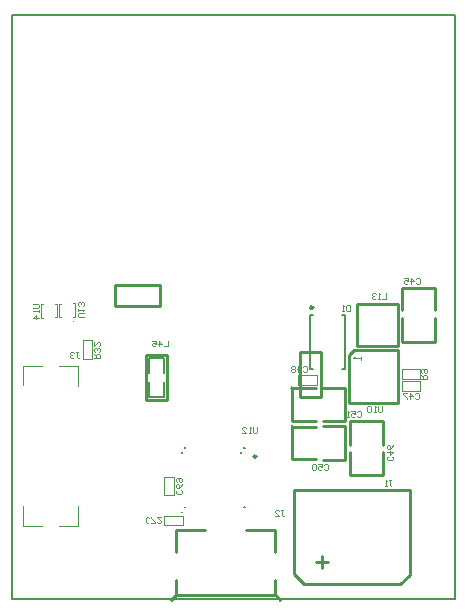
<source format=gbo>
%FSLAX25Y25*%
%MOIN*%
G70*
G01*
G75*
G04 Layer_Color=32896*
%ADD10C,0.01244*%
%ADD11C,0.01772*%
%ADD12C,0.00787*%
%ADD13C,0.01000*%
%ADD14C,0.01575*%
%ADD15R,0.01969X0.01969*%
%ADD16R,0.01969X0.01969*%
%ADD17R,0.19291X0.19291*%
%ADD18O,0.00984X0.02756*%
%ADD19O,0.02756X0.00984*%
%ADD20R,0.04134X0.04134*%
%ADD21R,0.04134X0.08858*%
%ADD22R,0.01083X0.00984*%
%ADD23R,0.01083X0.01969*%
%ADD24R,0.03150X0.06693*%
%ADD25R,0.07992X0.05000*%
%ADD26R,0.05512X0.04724*%
%ADD27R,0.12992X0.12992*%
%ADD28O,0.00984X0.03150*%
%ADD29O,0.03150X0.00984*%
%ADD30R,0.03937X0.01575*%
%ADD31R,0.03150X0.03543*%
%ADD32R,0.03543X0.03150*%
%ADD33C,0.00787*%
%ADD34R,0.02362X0.01969*%
%ADD35C,0.05906*%
%ADD36O,0.02559X0.00984*%
%ADD37O,0.00984X0.02559*%
%ADD38R,0.11024X0.11024*%
%ADD39R,0.03543X0.06299*%
%ADD40R,0.04921X0.07874*%
%ADD41R,0.05118X0.06693*%
%ADD42O,0.02559X0.00787*%
%ADD43O,0.00787X0.02559*%
%ADD44R,0.03307X0.04803*%
%ADD45R,0.01740X0.01378*%
%ADD46R,0.01772X0.00984*%
%ADD47R,0.02756X0.06299*%
%ADD48C,0.01264*%
%ADD49C,0.01969*%
%ADD50C,0.00866*%
%ADD51C,0.00709*%
%ADD52C,0.00800*%
%ADD53C,0.00591*%
%ADD54C,0.00669*%
%ADD55C,0.00984*%
%ADD56C,0.01181*%
%ADD57C,0.01378*%
%ADD58C,0.01410*%
%ADD59R,0.01953X0.01969*%
%ADD60R,0.02953X0.01969*%
%ADD61R,0.05906X0.04134*%
%ADD62R,0.04423X0.05873*%
%ADD63R,0.09700X0.03900*%
%ADD64R,0.06400X0.04800*%
%ADD65R,0.02400X0.02800*%
%ADD66R,0.02800X0.02400*%
%ADD67R,0.02500X0.02800*%
%ADD68R,0.15900X0.01100*%
%ADD69R,0.02589X0.09647*%
%ADD70R,0.01975X0.09510*%
%ADD71R,0.05649X0.04800*%
%ADD72R,0.18046X0.01322*%
%ADD73R,0.18000X0.02233*%
%ADD74R,0.01364X0.08514*%
%ADD75R,0.01331X0.08465*%
%ADD76R,0.22123X0.02927*%
%ADD77R,0.09823X0.14573*%
%ADD78R,0.08600X0.05500*%
%ADD79R,0.08100X0.05600*%
%ADD80R,0.03700X0.03400*%
%ADD81R,0.06197X0.04400*%
%ADD82R,0.22700X0.03200*%
%ADD83R,0.08421X0.04909*%
%ADD84R,0.01422X0.05191*%
%ADD85R,0.01545X0.00445*%
%ADD86R,0.01558X0.02675*%
%ADD87R,0.04000X0.02020*%
%ADD88C,0.02165*%
%ADD89C,0.01969*%
%ADD90C,0.01575*%
%ADD91C,0.01772*%
%ADD92C,0.11811*%
%ADD93C,0.03543*%
%ADD94C,0.02598*%
%ADD95C,0.02756*%
%ADD96C,0.02559*%
%ADD97C,0.02362*%
%ADD98C,0.02756*%
%ADD99C,0.03937*%
%ADD100R,0.04724X0.05315*%
%ADD101R,0.03937X0.01378*%
%ADD102R,0.03937X0.05709*%
%ADD103R,0.05000X0.07992*%
%ADD104R,0.09843X0.06890*%
%ADD105R,0.00906X0.03150*%
%ADD106R,0.06299X0.09843*%
%ADD107R,0.04724X0.19685*%
%ADD108R,0.06299X0.11811*%
%ADD109O,0.00591X0.01969*%
%ADD110O,0.02953X0.00984*%
%ADD111O,0.00984X0.02953*%
%ADD112R,0.07087X0.07480*%
%ADD113R,0.09055X0.07480*%
%ADD114R,0.01575X0.05512*%
%ADD115C,0.00394*%
%ADD116C,0.00276*%
%ADD117C,0.00291*%
%ADD118R,0.06800X0.02800*%
%ADD119R,0.03123X0.17100*%
%ADD120R,0.05000X0.10600*%
%ADD121R,0.11300X0.04200*%
%ADD122R,0.50400X0.01200*%
%ADD123R,0.02911X0.17100*%
%ADD124R,0.12600X0.02800*%
%ADD125R,0.02756X0.02756*%
%ADD126R,0.02756X0.02756*%
%ADD127R,0.20079X0.20079*%
%ADD128O,0.01772X0.03543*%
%ADD129O,0.03543X0.01772*%
%ADD130R,0.04921X0.04921*%
%ADD131R,0.04921X0.09646*%
%ADD132R,0.01870X0.01772*%
%ADD133R,0.01870X0.02756*%
%ADD134R,0.03937X0.07480*%
%ADD135R,0.08780X0.05787*%
%ADD136R,0.06299X0.05512*%
%ADD137R,0.13780X0.13780*%
%ADD138O,0.01772X0.03937*%
%ADD139O,0.03937X0.01772*%
%ADD140R,0.04567X0.02205*%
%ADD141R,0.03937X0.04331*%
%ADD142R,0.04331X0.03937*%
%ADD143C,0.01339*%
%ADD144R,0.03150X0.02756*%
%ADD145C,0.06693*%
%ADD146O,0.03347X0.01772*%
%ADD147O,0.01772X0.03347*%
%ADD148R,0.11811X0.11811*%
%ADD149R,0.04331X0.07087*%
%ADD150R,0.05709X0.08661*%
%ADD151R,0.05906X0.07480*%
%ADD152O,0.03110X0.01339*%
%ADD153O,0.01339X0.03110*%
%ADD154R,0.04095X0.05591*%
%ADD155R,0.02528X0.02165*%
%ADD156R,0.02165X0.01378*%
%ADD157C,0.02953*%
%ADD158C,0.02126*%
%ADD159C,0.12598*%
%ADD160C,0.04331*%
%ADD161C,0.02559*%
%ADD162C,0.03150*%
%ADD163R,0.05039X0.05630*%
%ADD164R,0.04252X0.01693*%
%ADD165R,0.04724X0.06496*%
%ADD166R,0.05787X0.08780*%
%ADD167R,0.10642X0.07690*%
%ADD168R,0.01299X0.03543*%
%ADD169R,0.07087X0.10630*%
%ADD170R,0.05118X0.20079*%
%ADD171R,0.06693X0.12205*%
%ADD172O,0.00984X0.02362*%
%ADD173O,0.03740X0.01772*%
%ADD174O,0.01772X0.03740*%
%ADD175R,0.07874X0.08268*%
%ADD176R,0.09843X0.08268*%
%ADD177R,0.02362X0.06299*%
%ADD178C,0.02756*%
%ADD179C,0.03386*%
%ADD180C,0.00298*%
D12*
X76181Y48819D02*
Y48917D01*
Y48819D02*
X76279D01*
X56398D02*
X56496D01*
Y48917D01*
Y29035D02*
Y29134D01*
X56398D02*
X56496D01*
X99177Y76575D02*
Y94685D01*
X110988Y76575D02*
Y94685D01*
X99177D02*
X100358D01*
X99177Y76575D02*
X100358D01*
X109807Y94685D02*
X110988D01*
X109807Y76575D02*
X110988D01*
X77342Y50542D02*
Y50641D01*
Y50542D02*
X77441D01*
X57559D02*
X57657D01*
Y50641D01*
Y30759D02*
Y30858D01*
X57559D02*
X57657D01*
X77342D02*
X77441D01*
X77342Y30759D02*
Y30858D01*
X0Y0D02*
Y194587D01*
Y0D02*
X147638D01*
X0Y194587D02*
X147638D01*
Y0D02*
Y194587D01*
D13*
X129898Y85903D02*
G03*
X129998Y85803I100J0D01*
G01*
X123476Y59372D02*
G03*
X123376Y59472I-100J0D01*
G01*
X93250Y70461D02*
G03*
X93150Y70361I0J-100D01*
G01*
X93250Y57567D02*
G03*
X93150Y57467I0J-100D01*
G01*
X140798Y85803D02*
Y93803D01*
X129998Y85803D02*
X140798D01*
X129898Y85903D02*
Y93803D01*
X129798Y96303D02*
Y103703D01*
X140898D01*
Y96303D02*
Y103703D01*
X114862Y98418D02*
X127756D01*
X114862Y84343D02*
Y98418D01*
Y84343D02*
X128543D01*
Y98418D01*
X127756D02*
X128543D01*
X112576Y51472D02*
Y59472D01*
X123376D01*
X123476Y51472D02*
Y59372D01*
X123576Y41572D02*
Y48972D01*
X112476Y41572D02*
X123576D01*
X112476D02*
Y48972D01*
X93150Y59561D02*
X101150D01*
X93150D02*
Y70361D01*
X93250Y70461D02*
X101150D01*
X103650Y70561D02*
X111050D01*
Y59461D02*
Y70561D01*
X103650Y59461D02*
X111050D01*
X113921Y82913D02*
X128521D01*
Y65413D02*
Y82913D01*
X112321Y65413D02*
X128521D01*
X112321D02*
Y81313D01*
X113921Y82913D01*
X93150Y46667D02*
X101150D01*
X93150D02*
Y57467D01*
X93250Y57567D02*
X101150D01*
X103650Y57667D02*
X111050D01*
Y46567D02*
Y57667D01*
X103650Y46567D02*
X111050D01*
X93800Y36300D02*
X132400D01*
Y8100D02*
Y36300D01*
X129300Y5000D02*
X132400Y8100D01*
X97100Y5000D02*
X129300D01*
X93800Y8300D02*
X97100Y5000D01*
X93800Y8300D02*
Y36300D01*
X53000Y-200D02*
X54700Y1500D01*
Y6500D01*
Y1500D02*
X87600D01*
X87500Y1600D02*
X89200Y-100D01*
X87600Y1500D02*
Y6400D01*
X54700Y23100D02*
X64300D01*
X54700Y15800D02*
Y23100D01*
X87700Y15800D02*
Y23100D01*
X78000D02*
X87700D01*
X101200Y12401D02*
X105199D01*
X103199Y10402D02*
Y14400D01*
X44700Y81500D02*
X51700D01*
Y66500D02*
Y81500D01*
X44700Y66500D02*
X51700D01*
X44700D02*
Y81500D01*
X95811Y67260D02*
Y82260D01*
X102811D01*
Y67260D02*
Y82260D01*
X95811Y67260D02*
X102811D01*
X34189Y104583D02*
X49189D01*
Y97583D02*
Y104583D01*
X34189Y97583D02*
X49189D01*
X34189D02*
Y104583D01*
D53*
X50700Y67500D02*
Y72500D01*
X45700Y67500D02*
X50700D01*
X45700D02*
Y72500D01*
X50700Y75500D02*
Y80500D01*
X45700D02*
X50700D01*
X45700Y75500D02*
Y80500D01*
D55*
X100260Y97244D02*
G03*
X100260Y97244I-492J0D01*
G01*
X81378Y47590D02*
G03*
X81378Y47590I-492J0D01*
G01*
D115*
X20504Y92661D02*
G03*
X20504Y92661I-197J0D01*
G01*
X14500Y92465D02*
G03*
X14500Y92465I-197J0D01*
G01*
X50700Y27900D02*
X56900D01*
X50700Y24700D02*
Y27900D01*
Y24700D02*
X56900D01*
Y27900D01*
X21850Y24508D02*
Y31102D01*
X15551Y24508D02*
X21850D01*
X3642Y24409D02*
X9941D01*
X3642D02*
Y31004D01*
Y77854D02*
X9941D01*
X3642Y71260D02*
Y77854D01*
X15650Y77756D02*
X21949D01*
Y71161D02*
Y77756D01*
X129731Y73400D02*
Y76600D01*
X135931D01*
Y73400D02*
Y76600D01*
X129731Y73400D02*
X135931D01*
X95380Y71530D02*
X101580D01*
Y74730D01*
X95380D02*
X101580D01*
X95380Y71530D02*
Y74730D01*
X129746Y72663D02*
X135947D01*
X129746Y69463D02*
Y72663D01*
Y69463D02*
X135947D01*
Y72663D01*
X53864Y34589D02*
Y40789D01*
X50664D02*
X53864D01*
X50664Y34589D02*
Y40789D01*
Y34589D02*
X53864D01*
X23498Y86277D02*
X26698D01*
Y80077D02*
Y86277D01*
X23498Y80077D02*
X26698D01*
X23498D02*
Y86277D01*
X20307Y98654D02*
X20807D01*
Y94154D02*
Y98654D01*
X20307Y94154D02*
X20807D01*
X15709Y98555D02*
X16209D01*
X15709Y94055D02*
Y98555D01*
Y94055D02*
X16209D01*
X14303Y98457D02*
X14803D01*
Y93957D02*
Y98457D01*
X14303Y93957D02*
X14803D01*
X9705Y98358D02*
X10205D01*
X9705Y93858D02*
Y98358D01*
Y93858D02*
X10205D01*
D116*
X51948Y86216D02*
Y84248D01*
X50636D01*
X48996D02*
Y86216D01*
X49980Y85232D01*
X48668D01*
X46700Y86216D02*
X48012D01*
Y85232D01*
X47356Y85560D01*
X47028D01*
X46700Y85232D01*
Y84576D01*
X47028Y84248D01*
X47684D01*
X48012Y84576D01*
X45712Y25760D02*
X45384Y25432D01*
X44728D01*
X44400Y25760D01*
Y27072D01*
X44728Y27400D01*
X45384D01*
X45712Y27072D01*
X46368Y25432D02*
X47680D01*
Y25760D01*
X46368Y27072D01*
Y27400D01*
X49648D02*
X48336D01*
X49648Y26088D01*
Y25760D01*
X49320Y25432D01*
X48664D01*
X48336Y25760D01*
X21136Y82316D02*
X21792D01*
X21464D01*
Y80676D01*
X21792Y80348D01*
X22120D01*
X22448Y80676D01*
X20480Y81988D02*
X20152Y82316D01*
X19496D01*
X19168Y81988D01*
Y81660D01*
X19496Y81332D01*
X19824D01*
X19496D01*
X19168Y81004D01*
Y80676D01*
X19496Y80348D01*
X20152D01*
X20480Y80676D01*
X134416Y106758D02*
X134744Y107086D01*
X135400D01*
X135728Y106758D01*
Y105446D01*
X135400Y105118D01*
X134744D01*
X134416Y105446D01*
X132777Y105118D02*
Y107086D01*
X133760Y106102D01*
X132449D01*
X130481Y107086D02*
X131793D01*
Y106102D01*
X131137Y106430D01*
X130809D01*
X130481Y106102D01*
Y105446D01*
X130809Y105118D01*
X131465D01*
X131793Y105446D01*
X134086Y68372D02*
X134414Y68700D01*
X135070D01*
X135398Y68372D01*
Y67060D01*
X135070Y66732D01*
X134414D01*
X134086Y67060D01*
X132446Y66732D02*
Y68700D01*
X133430Y67716D01*
X132118D01*
X131462Y68700D02*
X130150D01*
Y68372D01*
X131462Y67060D01*
Y66732D01*
X96783Y77526D02*
X97111Y77854D01*
X97767D01*
X98094Y77526D01*
Y76214D01*
X97767Y75886D01*
X97111D01*
X96783Y76214D01*
X95143Y75886D02*
Y77854D01*
X96127Y76870D01*
X94815D01*
X94159Y77526D02*
X93831Y77854D01*
X93175D01*
X92847Y77526D01*
Y77198D01*
X93175Y76870D01*
X92847Y76542D01*
Y76214D01*
X93175Y75886D01*
X93831D01*
X94159Y76214D01*
Y76542D01*
X93831Y76870D01*
X94159Y77198D01*
Y77526D01*
X93831Y76870D02*
X93175D01*
X103869Y44652D02*
X104197Y44980D01*
X104853D01*
X105181Y44652D01*
Y43340D01*
X104853Y43012D01*
X104197D01*
X103869Y43340D01*
X101901Y44980D02*
X103213D01*
Y43996D01*
X102557Y44324D01*
X102229D01*
X101901Y43996D01*
Y43340D01*
X102229Y43012D01*
X102885D01*
X103213Y43340D01*
X101245Y44652D02*
X100917Y44980D01*
X100261D01*
X99933Y44652D01*
Y43340D01*
X100261Y43012D01*
X100917D01*
X101245Y43340D01*
Y44652D01*
X114893Y62368D02*
X115221Y62696D01*
X115877D01*
X116205Y62368D01*
Y61056D01*
X115877Y60728D01*
X115221D01*
X114893Y61056D01*
X112925Y62696D02*
X114237D01*
Y61712D01*
X113581Y62040D01*
X113253D01*
X112925Y61712D01*
Y61056D01*
X113253Y60728D01*
X113909D01*
X114237Y61056D01*
X112269Y60728D02*
X111613D01*
X111941D01*
Y62696D01*
X112269Y62368D01*
X125406Y39734D02*
X126062D01*
X125734D01*
Y38094D01*
X126062Y37766D01*
X126390D01*
X126718Y38094D01*
X124750Y37766D02*
X124094D01*
X124422D01*
Y39734D01*
X124750Y39406D01*
X124669Y102165D02*
Y100197D01*
X123357D01*
X122701D02*
X122046D01*
X122373D01*
Y102165D01*
X122701Y101837D01*
X121062D02*
X120733Y102165D01*
X120078D01*
X119750Y101837D01*
Y101509D01*
X120078Y101181D01*
X120406D01*
X120078D01*
X119750Y100853D01*
Y100525D01*
X120078Y100197D01*
X120733D01*
X121062Y100525D01*
X136382Y73524D02*
X138350D01*
Y74508D01*
X138022Y74835D01*
X137366D01*
X137038Y74508D01*
Y73524D01*
Y74180D02*
X136382Y74835D01*
X136710Y75491D02*
X136382Y75819D01*
Y76475D01*
X136710Y76803D01*
X138022D01*
X138350Y76475D01*
Y75819D01*
X138022Y75491D01*
X137694D01*
X137366Y75819D01*
Y76803D01*
X27362Y80512D02*
X29330D01*
Y81496D01*
X29002Y81824D01*
X28346D01*
X28018Y81496D01*
Y80512D01*
Y81168D02*
X27362Y81824D01*
X29002Y82480D02*
X29330Y82808D01*
Y83464D01*
X29002Y83792D01*
X28674D01*
X28346Y83464D01*
Y83136D01*
Y83464D01*
X28018Y83792D01*
X27690D01*
X27362Y83464D01*
Y82808D01*
X27690Y82480D01*
X27362Y85760D02*
Y84447D01*
X28674Y85760D01*
X29002D01*
X29330Y85431D01*
Y84776D01*
X29002Y84447D01*
X123094Y64271D02*
Y62631D01*
X122766Y62303D01*
X122110D01*
X121783Y62631D01*
Y64271D01*
X121127Y62303D02*
X120471D01*
X120799D01*
Y64271D01*
X121127Y63943D01*
X119487D02*
X119159Y64271D01*
X118503D01*
X118175Y63943D01*
Y62631D01*
X118503Y62303D01*
X119159D01*
X119487Y62631D01*
Y63943D01*
X23917Y94095D02*
X22277D01*
X21949Y94423D01*
Y95078D01*
X22277Y95406D01*
X23917D01*
X21949Y96062D02*
Y96718D01*
Y96390D01*
X23917D01*
X23589Y96062D01*
Y97702D02*
X23917Y98030D01*
Y98686D01*
X23589Y99014D01*
X23261D01*
X22933Y98686D01*
Y98358D01*
Y98686D01*
X22605Y99014D01*
X22277D01*
X21949Y98686D01*
Y98030D01*
X22277Y97702D01*
X6890Y98425D02*
X8530D01*
X8858Y98097D01*
Y97441D01*
X8530Y97113D01*
X6890D01*
X8858Y96457D02*
Y95801D01*
Y96129D01*
X6890D01*
X7218Y96457D01*
X8858Y93834D02*
X6890D01*
X7874Y94818D01*
Y93506D01*
X112563Y98031D02*
Y96063D01*
X111579D01*
X111251Y96391D01*
Y97703D01*
X111579Y98031D01*
X112563D01*
X110595Y96063D02*
X109939D01*
X110267D01*
Y98031D01*
X110595Y97703D01*
X126506Y47572D02*
X126834Y47244D01*
Y46588D01*
X126506Y46260D01*
X125194D01*
X124866Y46588D01*
Y47244D01*
X125194Y47572D01*
X124866Y49212D02*
X126834D01*
X125850Y48228D01*
Y49540D01*
X126834Y51508D02*
X126506Y50852D01*
X125850Y50195D01*
X125194D01*
X124866Y50524D01*
Y51179D01*
X125194Y51508D01*
X125522D01*
X125850Y51179D01*
Y50195D01*
X56167Y36548D02*
X56495Y36220D01*
Y35564D01*
X56167Y35236D01*
X54856D01*
X54528Y35564D01*
Y36220D01*
X54856Y36548D01*
X56495Y38516D02*
X56167Y37860D01*
X55511Y37204D01*
X54856D01*
X54528Y37532D01*
Y38188D01*
X54856Y38516D01*
X55184D01*
X55511Y38188D01*
Y37204D01*
X54856Y39172D02*
X54528Y39500D01*
Y40156D01*
X54856Y40484D01*
X56167D01*
X56495Y40156D01*
Y39500D01*
X56167Y39172D01*
X55840D01*
X55511Y39500D01*
Y40484D01*
X81548Y57316D02*
Y55676D01*
X81220Y55348D01*
X80564D01*
X80236Y55676D01*
Y57316D01*
X79580Y55348D02*
X78924D01*
X79252D01*
Y57316D01*
X79580Y56988D01*
X76628Y55348D02*
X77940D01*
X76628Y56660D01*
Y56988D01*
X76956Y57316D01*
X77612D01*
X77940Y56988D01*
X89636Y29716D02*
X90292D01*
X89964D01*
Y28076D01*
X90292Y27748D01*
X90620D01*
X90948Y28076D01*
X87668Y27748D02*
X88980D01*
X87668Y29060D01*
Y29388D01*
X87996Y29716D01*
X88652D01*
X88980Y29388D01*
D180*
X116221Y80713D02*
Y79855D01*
Y80284D01*
X113647D01*
X114076Y80713D01*
M02*

</source>
